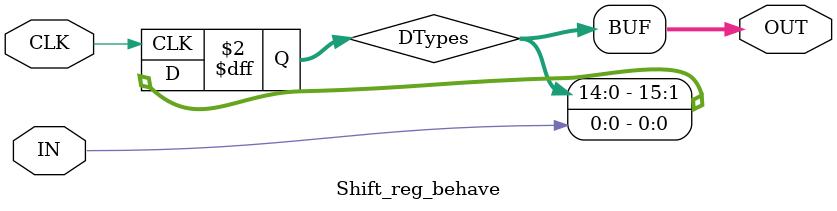
<source format=v>
`timescale 1ns / 1ps


module Shift_reg_behave(
    input CLK,
    input IN,
    output [15:0] OUT
    );
    
    reg [15:0] DTypes;
    
    always@(posedge CLK) begin
        DTypes = {DTypes[14:0], IN};
    end
    
    assign OUT = DTypes;

endmodule

</source>
